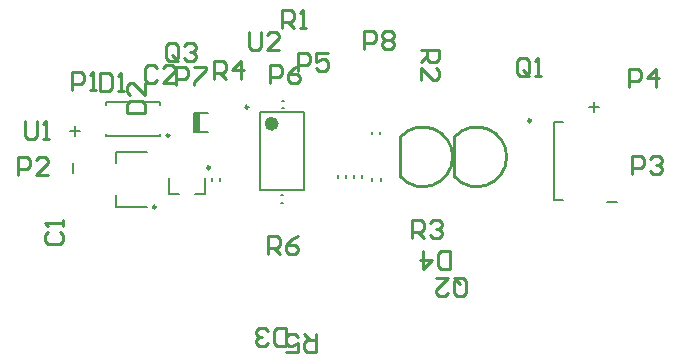
<source format=gto>
G04 Layer_Color=65535*
%FSTAX24Y24*%
%MOIN*%
G70*
G01*
G75*
%ADD29C,0.0236*%
%ADD41C,0.0098*%
%ADD42C,0.0100*%
%ADD43C,0.0039*%
%ADD44C,0.0079*%
%ADD45C,0.0071*%
%ADD46R,0.0217X0.0650*%
D29*
X026933Y032956D02*
G03*
X026933Y032956I-000118J0D01*
G01*
D41*
X023411Y032559D02*
G03*
X023411Y032559I-000049J0D01*
G01*
X03546Y03306D02*
G03*
X03546Y03306I-000049J0D01*
G01*
X024758Y031491D02*
G03*
X024758Y031491I-000049J0D01*
G01*
X026038Y033507D02*
G03*
X026038Y033507I-000049J0D01*
G01*
X022958Y030175D02*
G03*
X022958Y030175I-000049J0D01*
G01*
D42*
X0329Y0312D02*
G03*
X032914Y032518I000754J000651D01*
G01*
X0311Y0312D02*
G03*
X031114Y032518I000754J000651D01*
G01*
X0329Y0312D02*
Y032498D01*
X0311Y0312D02*
Y032498D01*
X018609Y03304D02*
Y032541D01*
X018709Y032441D01*
X018909D01*
X019009Y032541D01*
Y03304D01*
X019208Y032441D02*
X019408D01*
X019308D01*
Y03304D01*
X019208Y03294D01*
X0267Y0286D02*
Y0292D01*
X027D01*
X0271Y0291D01*
Y0289D01*
X027Y0288D01*
X0267D01*
X0269D02*
X0271Y0286D01*
X0277Y0292D02*
X0275Y0291D01*
X0273Y0289D01*
Y0287D01*
X0274Y0286D01*
X0276D01*
X0277Y0287D01*
Y0288D01*
X0276Y0289D01*
X0273D01*
X0283Y02595D02*
Y02535D01*
X028D01*
X0279Y02545D01*
Y02565D01*
X028Y02575D01*
X0283D01*
X0281D02*
X0279Y02595D01*
X0273Y02535D02*
X0277D01*
Y02565D01*
X0275Y02555D01*
X0274D01*
X0273Y02565D01*
Y02585D01*
X0274Y02595D01*
X0276D01*
X0277Y02585D01*
X0249Y03445D02*
Y03505D01*
X0252D01*
X0253Y03495D01*
Y03475D01*
X0252Y03465D01*
X0249D01*
X0251D02*
X0253Y03445D01*
X0258D02*
Y03505D01*
X0255Y03475D01*
X0259D01*
X0318Y0354D02*
X0324D01*
Y0351D01*
X0323Y035D01*
X0321D01*
X032Y0351D01*
Y0354D01*
Y0352D02*
X0318Y035D01*
Y0344D02*
Y0348D01*
X0322Y0344D01*
X0323D01*
X0324Y0345D01*
Y0347D01*
X0323Y0348D01*
X02715Y03615D02*
Y03675D01*
X02745D01*
X02755Y03665D01*
Y03645D01*
X02745Y03635D01*
X02715D01*
X02735D02*
X02755Y03615D01*
X02775D02*
X02795D01*
X02785D01*
Y03675D01*
X02775Y03665D01*
X0237Y03515D02*
Y03555D01*
X0236Y03565D01*
X0234D01*
X0233Y03555D01*
Y03515D01*
X0234Y03505D01*
X0236D01*
X0235Y03525D02*
X0237Y03505D01*
X0236D02*
X0237Y03515D01*
X0239Y03555D02*
X024Y03565D01*
X0242D01*
X0243Y03555D01*
Y03545D01*
X0242Y03535D01*
X0241D01*
X0242D01*
X0243Y03525D01*
Y03515D01*
X0242Y03505D01*
X024D01*
X0239Y03515D01*
X0329Y0277D02*
Y0273D01*
X033Y0272D01*
X0332D01*
X0333Y0273D01*
Y0277D01*
X0332Y0278D01*
X033D01*
X0331Y0276D02*
X0329Y0278D01*
X033D02*
X0329Y0277D01*
X0323Y0278D02*
X0327D01*
X0323Y0274D01*
Y0273D01*
X0324Y0272D01*
X0326D01*
X0327Y0273D01*
X0354Y03465D02*
Y03505D01*
X0353Y03515D01*
X0351D01*
X035Y03505D01*
Y03465D01*
X0351Y03455D01*
X0353D01*
X0352Y03475D02*
X0354Y03455D01*
X0353D02*
X0354Y03465D01*
X0356Y03455D02*
X0358D01*
X0357D01*
Y03515D01*
X0356Y03505D01*
X0299Y03545D02*
Y03605D01*
X0302D01*
X0303Y03595D01*
Y03575D01*
X0302Y03565D01*
X0299D01*
X0305Y03595D02*
X0306Y03605D01*
X0308D01*
X0309Y03595D01*
Y03585D01*
X0308Y03575D01*
X0309Y03565D01*
Y03555D01*
X0308Y03545D01*
X0306D01*
X0305Y03555D01*
Y03565D01*
X0306Y03575D01*
X0305Y03585D01*
Y03595D01*
X0306Y03575D02*
X0308D01*
X023615Y034235D02*
Y034835D01*
X023915D01*
X024015Y034735D01*
Y034535D01*
X023915Y034435D01*
X023615D01*
X024215Y034835D02*
X024615D01*
Y034735D01*
X024215Y034335D01*
Y034235D01*
X02675Y0343D02*
Y0349D01*
X02705D01*
X02715Y0348D01*
Y0346D01*
X02705Y0345D01*
X02675D01*
X02775Y0349D02*
X02755Y0348D01*
X02735Y0346D01*
Y0344D01*
X02745Y0343D01*
X02765D01*
X02775Y0344D01*
Y0345D01*
X02765Y0346D01*
X02735D01*
X0277Y0347D02*
Y0353D01*
X028D01*
X0281Y0352D01*
Y035D01*
X028Y0349D01*
X0277D01*
X0287Y0353D02*
X0283D01*
Y035D01*
X0285Y0351D01*
X0286D01*
X0287Y035D01*
Y0348D01*
X0286Y0347D01*
X0284D01*
X0283Y0348D01*
X038715Y034185D02*
Y034785D01*
X039015D01*
X039115Y034685D01*
Y034485D01*
X039015Y034385D01*
X038715D01*
X039615Y034185D02*
Y034785D01*
X039315Y034485D01*
X039715D01*
X038815Y031285D02*
Y031885D01*
X039115D01*
X039215Y031785D01*
Y031585D01*
X039115Y031485D01*
X038815D01*
X039415Y031785D02*
X039515Y031885D01*
X039715D01*
X039815Y031785D01*
Y031685D01*
X039715Y031585D01*
X039615D01*
X039715D01*
X039815Y031485D01*
Y031385D01*
X039715Y031285D01*
X039515D01*
X039415Y031385D01*
X01835Y03125D02*
Y03185D01*
X01865D01*
X01875Y03175D01*
Y03155D01*
X01865Y03145D01*
X01835D01*
X01935Y03125D02*
X01895D01*
X01935Y03165D01*
Y03175D01*
X01925Y03185D01*
X01905D01*
X01895Y03175D01*
X020169Y034085D02*
Y034685D01*
X020469D01*
X020569Y034585D01*
Y034385D01*
X020469Y034285D01*
X020169D01*
X020769Y034085D02*
X020969D01*
X020869D01*
Y034685D01*
X020769Y034585D01*
X03275Y0281D02*
Y0287D01*
X03245D01*
X03235Y0286D01*
Y0282D01*
X03245Y0281D01*
X03275D01*
X03185Y0287D02*
Y0281D01*
X03215Y0284D01*
X03175D01*
X0273Y02555D02*
Y02615D01*
X027D01*
X0269Y02605D01*
Y02565D01*
X027Y02555D01*
X0273D01*
X0267Y02565D02*
X0266Y02555D01*
X0264D01*
X0263Y02565D01*
Y02575D01*
X0264Y02585D01*
X0265D01*
X0264D01*
X0263Y02595D01*
Y02605D01*
X0264Y02615D01*
X0266D01*
X0267Y02605D01*
X02111Y03464D02*
Y03404D01*
X02141D01*
X02151Y03414D01*
Y03454D01*
X02141Y03464D01*
X02111D01*
X02171Y03404D02*
X02191D01*
X02181D01*
Y03464D01*
X02171Y03454D01*
X023Y0348D02*
X0229Y0349D01*
X0227D01*
X0226Y0348D01*
Y0344D01*
X0227Y0343D01*
X0229D01*
X023Y0344D01*
X0236Y0343D02*
X0232D01*
X0236Y0347D01*
Y0348D01*
X0235Y0349D01*
X0233D01*
X0232Y0348D01*
X01935Y02935D02*
X01925Y02925D01*
Y02905D01*
X01935Y02895D01*
X01975D01*
X01985Y02905D01*
Y02925D01*
X01975Y02935D01*
X01985Y02955D02*
Y02975D01*
Y02965D01*
X01925D01*
X01935Y02955D01*
X022Y0333D02*
X0226D01*
Y0336D01*
X0225Y0337D01*
X0221D01*
X022Y0336D01*
Y0333D01*
X0226Y0343D02*
Y0339D01*
X0222Y0343D01*
X0221D01*
X022Y0342D01*
Y034D01*
X0221Y0339D01*
X0315Y02915D02*
Y02975D01*
X0318D01*
X0319Y02965D01*
Y02945D01*
X0318Y02935D01*
X0315D01*
X0317D02*
X0319Y02915D01*
X0321Y02965D02*
X0322Y02975D01*
X0324D01*
X0325Y02965D01*
Y02955D01*
X0324Y02945D01*
X0323D01*
X0324D01*
X0325Y02935D01*
Y02925D01*
X0324Y02915D01*
X0322D01*
X0321Y02925D01*
X02605Y036D02*
Y0355D01*
X02615Y0354D01*
X02635D01*
X02645Y0355D01*
Y036D01*
X02705Y0354D02*
X02665D01*
X02705Y0358D01*
Y0359D01*
X02695Y036D01*
X02675D01*
X02665Y0359D01*
D43*
X03059Y031617D02*
G03*
X03059Y031617I-00002J0D01*
G01*
D44*
X021294Y033582D02*
Y033671D01*
X023106Y033582D02*
Y033671D01*
X021294Y032529D02*
Y032618D01*
X023106Y032529D02*
Y032618D01*
X021294Y033671D02*
X023106D01*
X021294Y032529D02*
X023106D01*
X029022Y031161D02*
Y031239D01*
X029278Y031161D02*
Y031239D01*
X030172Y032611D02*
Y032689D01*
X030428Y032611D02*
Y032689D01*
X029572Y031161D02*
Y031239D01*
X029828Y031161D02*
Y031239D01*
X030448Y031061D02*
Y031139D01*
X030152Y031061D02*
Y031139D01*
X027161Y033472D02*
X027239D01*
X027161Y033728D02*
X027239D01*
X036218Y032999D02*
X036533D01*
X036218Y030401D02*
Y032999D01*
Y030401D02*
X036533D01*
X024214Y033325D02*
X024686D01*
X024214Y032675D02*
X024686D01*
X024214D02*
Y033325D01*
X024822Y031061D02*
Y031139D01*
X025078Y031061D02*
Y031139D01*
X023409Y030596D02*
X023724D01*
X023409D02*
Y031147D01*
X024276Y030596D02*
X024591D01*
Y031147D01*
X026422Y030751D02*
Y033349D01*
X027878Y030751D02*
Y033349D01*
X026422D02*
X027878D01*
X026422Y030751D02*
X027878D01*
X021629Y031632D02*
Y032006D01*
X022653D01*
X021629Y030194D02*
Y030568D01*
Y030194D02*
X022653D01*
X027111Y030578D02*
X027189D01*
X027111Y030322D02*
X027189D01*
D45*
X0201Y032706D02*
X020441D01*
X020271Y032876D02*
Y032535D01*
X020194Y0313D02*
Y031641D01*
X0374Y033506D02*
X037741D01*
X037571Y033676D02*
Y033335D01*
X038Y030356D02*
X038341D01*
D46*
X024322Y033D02*
D03*
M02*

</source>
